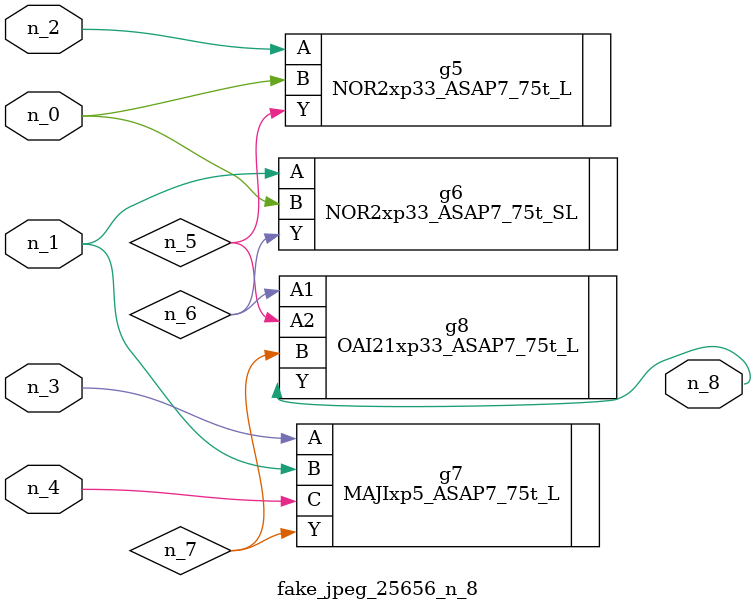
<source format=v>
module fake_jpeg_25656_n_8 (n_3, n_2, n_1, n_0, n_4, n_8);

input n_3;
input n_2;
input n_1;
input n_0;
input n_4;

output n_8;

wire n_6;
wire n_5;
wire n_7;

NOR2xp33_ASAP7_75t_L g5 ( 
.A(n_2),
.B(n_0),
.Y(n_5)
);

NOR2xp33_ASAP7_75t_SL g6 ( 
.A(n_1),
.B(n_0),
.Y(n_6)
);

MAJIxp5_ASAP7_75t_L g7 ( 
.A(n_3),
.B(n_1),
.C(n_4),
.Y(n_7)
);

OAI21xp33_ASAP7_75t_L g8 ( 
.A1(n_6),
.A2(n_5),
.B(n_7),
.Y(n_8)
);


endmodule
</source>
